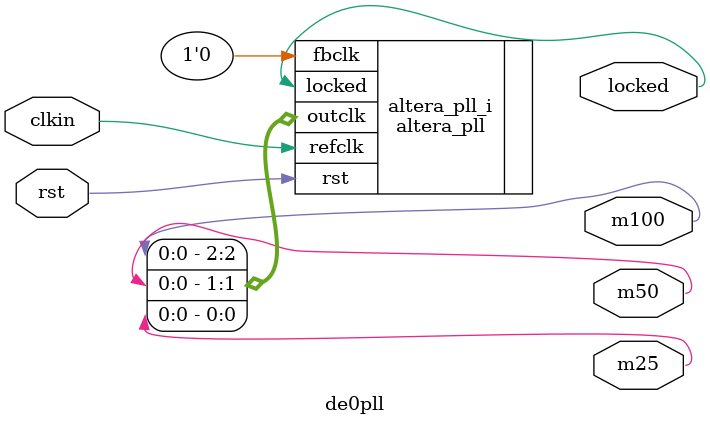
<source format=v>
module de0pll
(
    input  clkin,
    input  rst,
    output m25,
    output m50,
    output m100,
    output locked
);
altera_pll #(
    .fractional_vco_multiplier("false"),
    .reference_clock_frequency("50.0 MHz"),
    .operation_mode("normal"),
    .number_of_clocks(3),
    .output_clock_frequency0("25.0 MHz"),   .phase_shift0("0 ps"),  .duty_cycle0(50),
    .output_clock_frequency1("50.0 MHz"),   .phase_shift1("0 ps"),  .duty_cycle1(50),
    .output_clock_frequency2("100.0 MHz"),  .phase_shift2("0 ps"),  .duty_cycle2(50),
    .output_clock_frequency3("0.0 MHz"),    .phase_shift3("0 ps"),  .duty_cycle3(50),
    .output_clock_frequency4("0.0 MHz"),    .phase_shift4("0 ps"),  .duty_cycle4(50),
    .output_clock_frequency5("0.0 MHz"),    .phase_shift5("0 ps"),  .duty_cycle5(50),
    .output_clock_frequency6("0.0 MHz"),    .phase_shift6("0 ps"),  .duty_cycle6(50),
    .output_clock_frequency7("0.0 MHz"),    .phase_shift7("0 ps"),  .duty_cycle7(50),
    .output_clock_frequency8("0.0 MHz"),    .phase_shift8("0 ps"),  .duty_cycle8(50),
    .output_clock_frequency9("0.0 MHz"),    .phase_shift9("0 ps"),  .duty_cycle9(50),
    .output_clock_frequency10("0.0 MHz"),   .phase_shift10("0 ps"), .duty_cycle10(50),
    .output_clock_frequency11("0.0 MHz"),   .phase_shift11("0 ps"), .duty_cycle11(50),
    .output_clock_frequency12("0.0 MHz"),   .phase_shift12("0 ps"), .duty_cycle12(50),
    .output_clock_frequency13("0.0 MHz"),   .phase_shift13("0 ps"), .duty_cycle13(50),
    .output_clock_frequency14("0.0 MHz"),   .phase_shift14("0 ps"), .duty_cycle14(50),
    .output_clock_frequency15("0.0 MHz"),   .phase_shift15("0 ps"), .duty_cycle15(50),
    .output_clock_frequency16("0.0 MHz"),   .phase_shift16("0 ps"), .duty_cycle16(50),
    .output_clock_frequency17("0.0 MHz"),   .phase_shift17("0 ps"), .duty_cycle17(50),
    .pll_type("General"),
    .pll_subtype("General")
)
altera_pll_i
(
    .rst      (rst),
    .outclk   ({m100,m50,m25}),
    .locked   (locked),
    .fbclk    (1'b0),
    .refclk   (clkin)
);
endmodule

</source>
